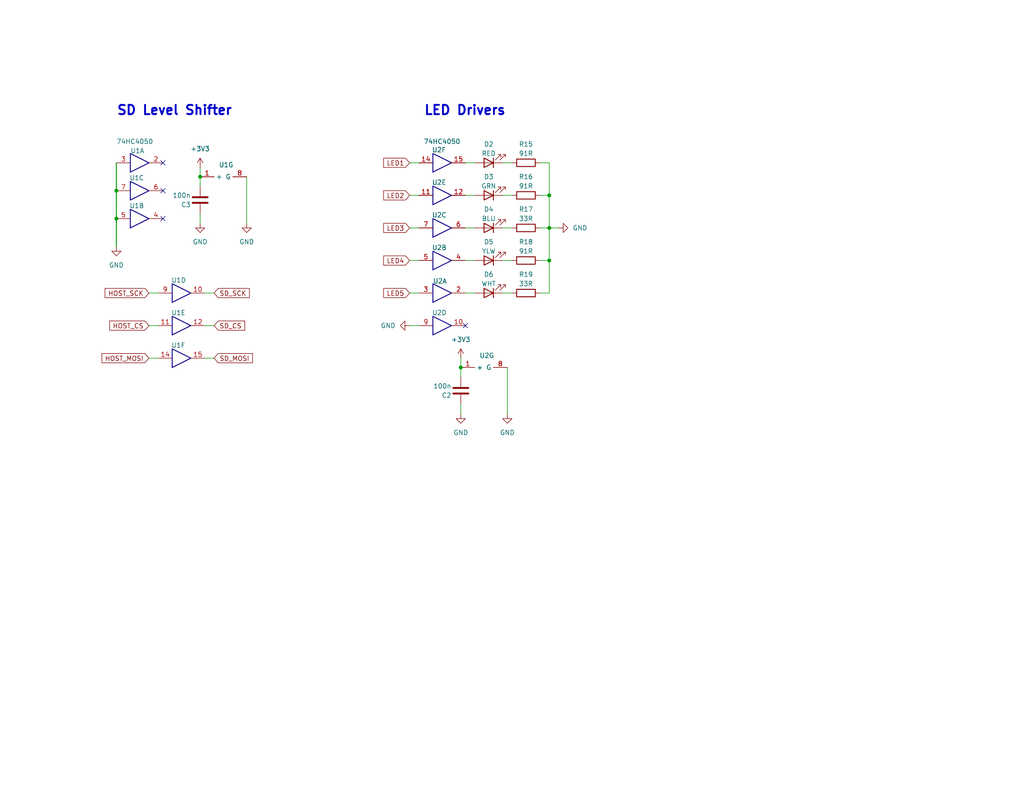
<source format=kicad_sch>
(kicad_sch (version 20230121) (generator eeschema)

  (uuid 1d154b48-b5ca-43ad-9f14-afe30263ca3a)

  (paper "A")

  (title_block
    (title "RepRapDiscount.com Smart Controller")
    (date "${DATE}")
    (rev "${TAG} (${HASH})")
  )

  (lib_symbols
    (symbol "Device:C" (pin_numbers hide) (pin_names (offset 0.254)) (in_bom yes) (on_board yes)
      (property "Reference" "C" (at 0.635 2.54 0)
        (effects (font (size 1.27 1.27)) (justify left))
      )
      (property "Value" "C" (at 0.635 -2.54 0)
        (effects (font (size 1.27 1.27)) (justify left))
      )
      (property "Footprint" "" (at 0.9652 -3.81 0)
        (effects (font (size 1.27 1.27)) hide)
      )
      (property "Datasheet" "~" (at 0 0 0)
        (effects (font (size 1.27 1.27)) hide)
      )
      (property "ki_keywords" "cap capacitor" (at 0 0 0)
        (effects (font (size 1.27 1.27)) hide)
      )
      (property "ki_description" "Unpolarized capacitor" (at 0 0 0)
        (effects (font (size 1.27 1.27)) hide)
      )
      (property "ki_fp_filters" "C_*" (at 0 0 0)
        (effects (font (size 1.27 1.27)) hide)
      )
      (symbol "C_0_1"
        (polyline
          (pts
            (xy -2.032 -0.762)
            (xy 2.032 -0.762)
          )
          (stroke (width 0.508) (type default))
          (fill (type none))
        )
        (polyline
          (pts
            (xy -2.032 0.762)
            (xy 2.032 0.762)
          )
          (stroke (width 0.508) (type default))
          (fill (type none))
        )
      )
      (symbol "C_1_1"
        (pin passive line (at 0 3.81 270) (length 2.794)
          (name "~" (effects (font (size 1.27 1.27))))
          (number "1" (effects (font (size 1.27 1.27))))
        )
        (pin passive line (at 0 -3.81 90) (length 2.794)
          (name "~" (effects (font (size 1.27 1.27))))
          (number "2" (effects (font (size 1.27 1.27))))
        )
      )
    )
    (symbol "Device:LED" (pin_numbers hide) (pin_names (offset 1.016) hide) (in_bom yes) (on_board yes)
      (property "Reference" "D" (at 0 2.54 0)
        (effects (font (size 1.27 1.27)))
      )
      (property "Value" "LED" (at 0 -2.54 0)
        (effects (font (size 1.27 1.27)))
      )
      (property "Footprint" "" (at 0 0 0)
        (effects (font (size 1.27 1.27)) hide)
      )
      (property "Datasheet" "~" (at 0 0 0)
        (effects (font (size 1.27 1.27)) hide)
      )
      (property "ki_keywords" "LED diode" (at 0 0 0)
        (effects (font (size 1.27 1.27)) hide)
      )
      (property "ki_description" "Light emitting diode" (at 0 0 0)
        (effects (font (size 1.27 1.27)) hide)
      )
      (property "ki_fp_filters" "LED* LED_SMD:* LED_THT:*" (at 0 0 0)
        (effects (font (size 1.27 1.27)) hide)
      )
      (symbol "LED_0_1"
        (polyline
          (pts
            (xy -1.27 -1.27)
            (xy -1.27 1.27)
          )
          (stroke (width 0.254) (type default))
          (fill (type none))
        )
        (polyline
          (pts
            (xy -1.27 0)
            (xy 1.27 0)
          )
          (stroke (width 0) (type default))
          (fill (type none))
        )
        (polyline
          (pts
            (xy 1.27 -1.27)
            (xy 1.27 1.27)
            (xy -1.27 0)
            (xy 1.27 -1.27)
          )
          (stroke (width 0.254) (type default))
          (fill (type none))
        )
        (polyline
          (pts
            (xy -3.048 -0.762)
            (xy -4.572 -2.286)
            (xy -3.81 -2.286)
            (xy -4.572 -2.286)
            (xy -4.572 -1.524)
          )
          (stroke (width 0) (type default))
          (fill (type none))
        )
        (polyline
          (pts
            (xy -1.778 -0.762)
            (xy -3.302 -2.286)
            (xy -2.54 -2.286)
            (xy -3.302 -2.286)
            (xy -3.302 -1.524)
          )
          (stroke (width 0) (type default))
          (fill (type none))
        )
      )
      (symbol "LED_1_1"
        (pin passive line (at -3.81 0 0) (length 2.54)
          (name "K" (effects (font (size 1.27 1.27))))
          (number "1" (effects (font (size 1.27 1.27))))
        )
        (pin passive line (at 3.81 0 180) (length 2.54)
          (name "A" (effects (font (size 1.27 1.27))))
          (number "2" (effects (font (size 1.27 1.27))))
        )
      )
    )
    (symbol "Device:R" (pin_numbers hide) (pin_names (offset 0)) (in_bom yes) (on_board yes)
      (property "Reference" "R" (at 2.032 0 90)
        (effects (font (size 1.27 1.27)))
      )
      (property "Value" "R" (at 0 0 90)
        (effects (font (size 1.27 1.27)))
      )
      (property "Footprint" "" (at -1.778 0 90)
        (effects (font (size 1.27 1.27)) hide)
      )
      (property "Datasheet" "~" (at 0 0 0)
        (effects (font (size 1.27 1.27)) hide)
      )
      (property "ki_keywords" "R res resistor" (at 0 0 0)
        (effects (font (size 1.27 1.27)) hide)
      )
      (property "ki_description" "Resistor" (at 0 0 0)
        (effects (font (size 1.27 1.27)) hide)
      )
      (property "ki_fp_filters" "R_*" (at 0 0 0)
        (effects (font (size 1.27 1.27)) hide)
      )
      (symbol "R_0_1"
        (rectangle (start -1.016 -2.54) (end 1.016 2.54)
          (stroke (width 0.254) (type default))
          (fill (type none))
        )
      )
      (symbol "R_1_1"
        (pin passive line (at 0 3.81 270) (length 1.27)
          (name "~" (effects (font (size 1.27 1.27))))
          (number "1" (effects (font (size 1.27 1.27))))
        )
        (pin passive line (at 0 -3.81 90) (length 1.27)
          (name "~" (effects (font (size 1.27 1.27))))
          (number "2" (effects (font (size 1.27 1.27))))
        )
      )
    )
    (symbol "power:+3V3" (power) (pin_names (offset 0)) (in_bom yes) (on_board yes)
      (property "Reference" "#PWR" (at 0 -3.81 0)
        (effects (font (size 1.27 1.27)) hide)
      )
      (property "Value" "+3V3" (at 0 3.556 0)
        (effects (font (size 1.27 1.27)))
      )
      (property "Footprint" "" (at 0 0 0)
        (effects (font (size 1.27 1.27)) hide)
      )
      (property "Datasheet" "" (at 0 0 0)
        (effects (font (size 1.27 1.27)) hide)
      )
      (property "ki_keywords" "global power" (at 0 0 0)
        (effects (font (size 1.27 1.27)) hide)
      )
      (property "ki_description" "Power symbol creates a global label with name \"+3V3\"" (at 0 0 0)
        (effects (font (size 1.27 1.27)) hide)
      )
      (symbol "+3V3_0_1"
        (polyline
          (pts
            (xy -0.762 1.27)
            (xy 0 2.54)
          )
          (stroke (width 0) (type default))
          (fill (type none))
        )
        (polyline
          (pts
            (xy 0 0)
            (xy 0 2.54)
          )
          (stroke (width 0) (type default))
          (fill (type none))
        )
        (polyline
          (pts
            (xy 0 2.54)
            (xy 0.762 1.27)
          )
          (stroke (width 0) (type default))
          (fill (type none))
        )
      )
      (symbol "+3V3_1_1"
        (pin power_in line (at 0 0 90) (length 0) hide
          (name "+3V3" (effects (font (size 1.27 1.27))))
          (number "1" (effects (font (size 1.27 1.27))))
        )
      )
    )
    (symbol "power:GND" (power) (pin_names (offset 0)) (in_bom yes) (on_board yes)
      (property "Reference" "#PWR" (at 0 -6.35 0)
        (effects (font (size 1.27 1.27)) hide)
      )
      (property "Value" "GND" (at 0 -3.81 0)
        (effects (font (size 1.27 1.27)))
      )
      (property "Footprint" "" (at 0 0 0)
        (effects (font (size 1.27 1.27)) hide)
      )
      (property "Datasheet" "" (at 0 0 0)
        (effects (font (size 1.27 1.27)) hide)
      )
      (property "ki_keywords" "global power" (at 0 0 0)
        (effects (font (size 1.27 1.27)) hide)
      )
      (property "ki_description" "Power symbol creates a global label with name \"GND\" , ground" (at 0 0 0)
        (effects (font (size 1.27 1.27)) hide)
      )
      (symbol "GND_0_1"
        (polyline
          (pts
            (xy 0 0)
            (xy 0 -1.27)
            (xy 1.27 -1.27)
            (xy 0 -2.54)
            (xy -1.27 -1.27)
            (xy 0 -1.27)
          )
          (stroke (width 0) (type default))
          (fill (type none))
        )
      )
      (symbol "GND_1_1"
        (pin power_in line (at 0 0 270) (length 0) hide
          (name "GND" (effects (font (size 1.27 1.27))))
          (number "1" (effects (font (size 1.27 1.27))))
        )
      )
    )
    (symbol "reprapdiscount_smart_controller-altium-import:root_0_74HC4050" (in_bom yes) (on_board yes)
      (property "Reference" "" (at 0 0 0)
        (effects (font (size 1.27 1.27)))
      )
      (property "Value" "" (at 0 0 0)
        (effects (font (size 1.27 1.27)))
      )
      (property "Footprint" "" (at 0 0 0)
        (effects (font (size 1.27 1.27)) hide)
      )
      (property "Datasheet" "" (at 0 0 0)
        (effects (font (size 1.27 1.27)) hide)
      )
      (property "ki_description" "Hex high-to-low level shifter" (at 0 0 0)
        (effects (font (size 1.27 1.27)) hide)
      )
      (property "ki_fp_filters" "SO16N" (at 0 0 0)
        (effects (font (size 1.27 1.27)) hide)
      )
      (symbol "root_0_74HC4050_1_0"
        (polyline
          (pts
            (xy -1.27 -2.54)
            (xy -1.27 -1.905)
          )
          (stroke (width 0.254) (type solid) (color 12 0 135 1))
          (fill (type none))
        )
        (polyline
          (pts
            (xy -1.27 -2.54)
            (xy 3.81 0)
            (xy -1.27 2.54)
            (xy -1.27 -1.905)
          )
          (stroke (width 0.254) (type solid) (color 12 0 135 1))
          (fill (type none))
        )
        (pin passive line (at 7.62 0 180) (length 3.81)
          (name "2" (effects (font (size 0 0))))
          (number "2" (effects (font (size 1.27 1.27))))
        )
        (pin passive line (at -5.08 0 0) (length 3.81)
          (name "3" (effects (font (size 0 0))))
          (number "3" (effects (font (size 1.27 1.27))))
        )
      )
      (symbol "root_0_74HC4050_2_0"
        (polyline
          (pts
            (xy -1.27 -2.54)
            (xy -1.27 -1.905)
          )
          (stroke (width 0.254) (type solid) (color 12 0 135 1))
          (fill (type none))
        )
        (polyline
          (pts
            (xy -1.27 -2.54)
            (xy 3.81 0)
            (xy -1.27 2.54)
            (xy -1.27 -1.905)
          )
          (stroke (width 0.254) (type solid) (color 12 0 135 1))
          (fill (type none))
        )
        (pin passive line (at 7.62 0 180) (length 3.81)
          (name "4" (effects (font (size 0 0))))
          (number "4" (effects (font (size 1.27 1.27))))
        )
        (pin passive line (at -5.08 0 0) (length 3.81)
          (name "5" (effects (font (size 0 0))))
          (number "5" (effects (font (size 1.27 1.27))))
        )
      )
      (symbol "root_0_74HC4050_3_0"
        (polyline
          (pts
            (xy -1.27 -2.54)
            (xy -1.27 -1.905)
          )
          (stroke (width 0.254) (type solid) (color 12 0 135 1))
          (fill (type none))
        )
        (polyline
          (pts
            (xy -1.27 -2.54)
            (xy 3.81 0)
            (xy -1.27 2.54)
            (xy -1.27 -1.905)
          )
          (stroke (width 0.254) (type solid) (color 12 0 135 1))
          (fill (type none))
        )
        (pin passive line (at 7.62 0 180) (length 3.81)
          (name "6" (effects (font (size 0 0))))
          (number "6" (effects (font (size 1.27 1.27))))
        )
        (pin passive line (at -5.08 0 0) (length 3.81)
          (name "7" (effects (font (size 0 0))))
          (number "7" (effects (font (size 1.27 1.27))))
        )
      )
      (symbol "root_0_74HC4050_4_0"
        (polyline
          (pts
            (xy -2.54 -2.54)
            (xy -2.54 -1.905)
          )
          (stroke (width 0.254) (type solid) (color 12 0 135 1))
          (fill (type none))
        )
        (polyline
          (pts
            (xy -2.54 -2.54)
            (xy 2.54 0)
            (xy -2.54 2.54)
            (xy -2.54 -1.905)
          )
          (stroke (width 0.254) (type solid) (color 12 0 135 1))
          (fill (type none))
        )
        (pin passive line (at 6.35 0 180) (length 3.81)
          (name "10" (effects (font (size 0 0))))
          (number "10" (effects (font (size 1.27 1.27))))
        )
        (pin passive line (at -6.35 0 0) (length 3.81)
          (name "9" (effects (font (size 0 0))))
          (number "9" (effects (font (size 1.27 1.27))))
        )
      )
      (symbol "root_0_74HC4050_5_0"
        (polyline
          (pts
            (xy -1.27 -2.54)
            (xy -1.27 -1.905)
          )
          (stroke (width 0.254) (type solid) (color 12 0 135 1))
          (fill (type none))
        )
        (polyline
          (pts
            (xy -1.27 -2.54)
            (xy 3.81 0)
            (xy -1.27 2.54)
            (xy -1.27 -1.905)
          )
          (stroke (width 0.254) (type solid) (color 12 0 135 1))
          (fill (type none))
        )
        (pin passive line (at -5.08 0 0) (length 3.81)
          (name "11" (effects (font (size 0 0))))
          (number "11" (effects (font (size 1.27 1.27))))
        )
        (pin passive line (at 7.62 0 180) (length 3.81)
          (name "12" (effects (font (size 0 0))))
          (number "12" (effects (font (size 1.27 1.27))))
        )
      )
      (symbol "root_0_74HC4050_6_0"
        (polyline
          (pts
            (xy -1.27 -2.54)
            (xy -1.27 -1.905)
          )
          (stroke (width 0.254) (type solid) (color 12 0 135 1))
          (fill (type none))
        )
        (polyline
          (pts
            (xy -1.27 -2.54)
            (xy 3.81 0)
            (xy -1.27 2.54)
            (xy -1.27 -1.905)
          )
          (stroke (width 0.254) (type solid) (color 12 0 135 1))
          (fill (type none))
        )
        (pin passive line (at -5.08 0 0) (length 3.81)
          (name "14" (effects (font (size 0 0))))
          (number "14" (effects (font (size 1.27 1.27))))
        )
        (pin passive line (at 7.62 0 180) (length 3.81)
          (name "15" (effects (font (size 0 0))))
          (number "15" (effects (font (size 1.27 1.27))))
        )
      )
      (symbol "root_0_74HC4050_7_0"
        (pin passive line (at -6.35 0 0) (length 3.81)
          (name "+" (effects (font (size 1.27 1.27))))
          (number "1" (effects (font (size 1.27 1.27))))
        )
        (pin passive line (at 6.35 0 180) (length 3.81)
          (name "G" (effects (font (size 1.27 1.27))))
          (number "8" (effects (font (size 1.27 1.27))))
        )
      )
    )
  )

  (junction (at 149.86 53.34) (diameter 0) (color 0 0 0 0)
    (uuid 13af3ad6-9599-414b-827f-4c19de04faea)
  )
  (junction (at 31.75 59.69) (diameter 0) (color 0 0 0 0)
    (uuid 65107c2c-b601-45fa-8366-f94fedcf2639)
  )
  (junction (at 54.61 48.26) (diameter 0) (color 0 0 0 0)
    (uuid 75100dce-1d32-49be-b34d-b5f8e24a47bc)
  )
  (junction (at 149.86 62.23) (diameter 0) (color 0 0 0 0)
    (uuid 8712ba08-0c10-4102-8b72-8fc1b504dbd9)
  )
  (junction (at 31.75 52.07) (diameter 0) (color 0 0 0 0)
    (uuid b9266d30-40a0-4048-bcf2-4162c00e9163)
  )
  (junction (at 149.86 71.12) (diameter 0) (color 0 0 0 0)
    (uuid e71e1449-5641-4d72-95af-4587cc75ada6)
  )
  (junction (at 125.73 100.33) (diameter 0) (color 0 0 0 0)
    (uuid f7f69fab-9283-4873-9adc-53565aaee9be)
  )

  (no_connect (at 44.45 59.69) (uuid 2da37f8f-4341-457d-b3e3-05421f3adbfc))
  (no_connect (at 44.45 44.45) (uuid 519b7365-3e8d-432c-8746-6e996182f55a))
  (no_connect (at 44.45 52.07) (uuid 9e859379-71c1-423f-b88f-2b5efb4400fd))
  (no_connect (at 127 88.9) (uuid b98361d4-a602-40fe-a82a-8764691ea2cd))

  (wire (pts (xy 137.16 44.45) (xy 139.7 44.45))
    (stroke (width 0) (type default))
    (uuid 0166c047-5415-4533-946f-00c17032af7e)
  )
  (wire (pts (xy 31.75 52.07) (xy 31.75 59.69))
    (stroke (width 0.254) (type default))
    (uuid 0bc92c07-9ac3-4c10-9b07-c19132aeb939)
  )
  (wire (pts (xy 125.73 110.49) (xy 125.73 113.03))
    (stroke (width 0) (type default))
    (uuid 0e50fda4-91cd-4a90-9ba8-539717f56a9e)
  )
  (wire (pts (xy 137.16 80.01) (xy 139.7 80.01))
    (stroke (width 0) (type default))
    (uuid 146590b9-17f2-4d6b-8430-f116b7f7d195)
  )
  (wire (pts (xy 111.76 62.23) (xy 114.3 62.23))
    (stroke (width 0) (type default))
    (uuid 151f0ede-41b2-46a2-b57c-f33aafce8cd1)
  )
  (wire (pts (xy 149.86 71.12) (xy 149.86 62.23))
    (stroke (width 0) (type default))
    (uuid 1843f1f6-3a85-4d58-a6c6-cc1e4f5c2a9f)
  )
  (wire (pts (xy 127 71.12) (xy 129.54 71.12))
    (stroke (width 0) (type default))
    (uuid 1c0dabe7-7851-4d75-ba54-36a304f7e98f)
  )
  (wire (pts (xy 149.86 80.01) (xy 149.86 71.12))
    (stroke (width 0) (type default))
    (uuid 1c50f4e5-efe7-4c54-8657-1a078816e679)
  )
  (wire (pts (xy 31.75 44.45) (xy 31.75 52.07))
    (stroke (width 0.254) (type default))
    (uuid 1ee84806-95b0-424a-86b7-d2bf4b54fc91)
  )
  (wire (pts (xy 40.64 80.01) (xy 43.18 80.01))
    (stroke (width 0) (type default))
    (uuid 1f0e2789-ce64-4d84-a58c-6605305e9f62)
  )
  (wire (pts (xy 147.32 80.01) (xy 149.86 80.01))
    (stroke (width 0) (type default))
    (uuid 1fda6e1f-a514-4f72-87af-0e59d4dde676)
  )
  (wire (pts (xy 147.32 44.45) (xy 149.86 44.45))
    (stroke (width 0) (type default))
    (uuid 20ee2a3d-dfb9-4d6b-b300-2fcfa4cd9093)
  )
  (wire (pts (xy 111.76 53.34) (xy 114.3 53.34))
    (stroke (width 0) (type default))
    (uuid 2fed8575-d7c6-4cd0-a25b-68d3563397c1)
  )
  (wire (pts (xy 111.76 88.9) (xy 114.3 88.9))
    (stroke (width 0) (type default))
    (uuid 323e9f21-9c38-4e96-a350-a0970c5c0c5b)
  )
  (wire (pts (xy 54.61 48.26) (xy 54.61 50.8))
    (stroke (width 0) (type default))
    (uuid 3d5321e3-641f-4fa6-96d9-8fe5a59c4d06)
  )
  (wire (pts (xy 147.32 53.34) (xy 149.86 53.34))
    (stroke (width 0) (type default))
    (uuid 4c5d992a-f1c1-436c-b30f-abbb4d98ae7d)
  )
  (wire (pts (xy 147.32 71.12) (xy 149.86 71.12))
    (stroke (width 0) (type default))
    (uuid 4ff3f4f7-e9eb-460a-b4bb-040872362a76)
  )
  (wire (pts (xy 149.86 62.23) (xy 152.4 62.23))
    (stroke (width 0) (type default))
    (uuid 550b4f5e-ac78-4cc8-8ef0-617caab5959c)
  )
  (wire (pts (xy 147.32 62.23) (xy 149.86 62.23))
    (stroke (width 0) (type default))
    (uuid 55c36184-8875-4288-b1eb-92fafe3913df)
  )
  (wire (pts (xy 149.86 44.45) (xy 149.86 53.34))
    (stroke (width 0) (type default))
    (uuid 5cb3a820-810b-4167-9f3c-830294337b91)
  )
  (wire (pts (xy 138.43 100.33) (xy 138.43 113.03))
    (stroke (width 0) (type default))
    (uuid 64920105-1c26-4077-8e55-eee3c722f7f2)
  )
  (wire (pts (xy 127 80.01) (xy 129.54 80.01))
    (stroke (width 0) (type default))
    (uuid 74913348-d912-4e9d-9ada-90029422e42e)
  )
  (wire (pts (xy 111.76 44.45) (xy 114.3 44.45))
    (stroke (width 0) (type default))
    (uuid 823c207d-3915-4b99-930e-059eb3549178)
  )
  (wire (pts (xy 43.18 88.9) (xy 40.64 88.9))
    (stroke (width 0) (type default))
    (uuid 87d8905f-25a1-4010-8be2-39ed10566a1a)
  )
  (wire (pts (xy 125.73 100.33) (xy 125.73 102.87))
    (stroke (width 0) (type default))
    (uuid 8ef8f038-aa76-4926-a6fa-770ca6f18729)
  )
  (wire (pts (xy 125.73 97.79) (xy 125.73 100.33))
    (stroke (width 0) (type default))
    (uuid 981175f6-c770-4ba7-94b2-9fe4abdfbd1f)
  )
  (wire (pts (xy 137.16 71.12) (xy 139.7 71.12))
    (stroke (width 0) (type default))
    (uuid 9b5042c4-8dbd-4e83-b9b2-b7796348c250)
  )
  (wire (pts (xy 40.64 97.79) (xy 43.18 97.79))
    (stroke (width 0) (type default))
    (uuid a21671ad-0143-4e20-8eff-ff75bf4a1213)
  )
  (wire (pts (xy 127 53.34) (xy 129.54 53.34))
    (stroke (width 0) (type default))
    (uuid a6d8c3f5-c316-4895-950c-467ef0d9b4e9)
  )
  (wire (pts (xy 149.86 53.34) (xy 149.86 62.23))
    (stroke (width 0) (type default))
    (uuid c2634b43-3a78-4afd-8efc-9d880f8b8066)
  )
  (wire (pts (xy 31.75 59.69) (xy 31.75 67.31))
    (stroke (width 0.254) (type default))
    (uuid cc8648bc-432c-4852-9dc3-5ceb4183156e)
  )
  (wire (pts (xy 55.88 80.01) (xy 58.42 80.01))
    (stroke (width 0) (type default))
    (uuid d74fb51b-348d-444e-97eb-a622a7b41eb5)
  )
  (wire (pts (xy 111.76 71.12) (xy 114.3 71.12))
    (stroke (width 0) (type default))
    (uuid da8fb42b-73f5-421c-9240-d0b21202f350)
  )
  (wire (pts (xy 55.88 97.79) (xy 58.42 97.79))
    (stroke (width 0) (type default))
    (uuid dac5775b-7deb-4f02-9a04-c2e31354649d)
  )
  (wire (pts (xy 127 44.45) (xy 129.54 44.45))
    (stroke (width 0) (type default))
    (uuid dadbc00c-9702-46fb-95e3-2756be1616b5)
  )
  (wire (pts (xy 55.88 88.9) (xy 58.42 88.9))
    (stroke (width 0) (type default))
    (uuid e164c74c-8dbf-40c0-8808-c5d0c69c02ea)
  )
  (wire (pts (xy 54.61 58.42) (xy 54.61 60.96))
    (stroke (width 0) (type default))
    (uuid eb0749c5-5bd8-4cfe-ae6d-201f7a538678)
  )
  (wire (pts (xy 137.16 53.34) (xy 139.7 53.34))
    (stroke (width 0) (type default))
    (uuid eb373c16-698e-4305-9c53-2bec0f89a2bc)
  )
  (wire (pts (xy 111.76 80.01) (xy 114.3 80.01))
    (stroke (width 0) (type default))
    (uuid eb427b47-9029-4516-be30-e1eb1da60850)
  )
  (wire (pts (xy 54.61 45.72) (xy 54.61 48.26))
    (stroke (width 0) (type default))
    (uuid ef24019f-a540-4511-86c4-585a63b9301b)
  )
  (wire (pts (xy 137.16 62.23) (xy 139.7 62.23))
    (stroke (width 0) (type default))
    (uuid ef60a2c0-90ee-4339-908e-3f5e256e9994)
  )
  (wire (pts (xy 127 62.23) (xy 129.54 62.23))
    (stroke (width 0) (type default))
    (uuid f57ab4a0-82df-48e3-b495-f68b04e72320)
  )
  (wire (pts (xy 67.31 48.26) (xy 67.31 60.96))
    (stroke (width 0) (type default))
    (uuid fe53814d-2fef-4740-b042-71cea95de1ab)
  )

  (text "SD Level Shifter" (at 31.75 31.75 0)
    (effects (font (size 2.54 2.54) (thickness 0.508) bold) (justify left bottom))
    (uuid 73995ea5-4cd2-452d-bb55-bfbd6e19060c)
  )
  (text "LED Drivers" (at 115.57 31.75 0)
    (effects (font (size 2.54 2.54) (thickness 0.508) bold) (justify left bottom))
    (uuid 8510c4d9-bfed-42c4-9cad-e62e2fe421bf)
  )

  (global_label "SD_CS" (shape input) (at 58.42 88.9 0) (fields_autoplaced)
    (effects (font (size 1.27 1.27)) (justify left))
    (uuid 396beda5-0511-4841-868c-de90ce4c01dd)
    (property "Intersheetrefs" "${INTERSHEET_REFS}" (at 67.2524 88.9 0)
      (effects (font (size 1.27 1.27)) (justify left) hide)
    )
  )
  (global_label "LED1" (shape input) (at 111.76 44.45 180) (fields_autoplaced)
    (effects (font (size 1.27 1.27)) (justify right))
    (uuid 418791ab-86b0-4ec8-acba-02f832e0a3df)
    (property "Intersheetrefs" "${INTERSHEET_REFS}" (at 104.1976 44.45 0)
      (effects (font (size 1.27 1.27)) (justify right) hide)
    )
  )
  (global_label "LED4" (shape input) (at 111.76 71.12 180) (fields_autoplaced)
    (effects (font (size 1.27 1.27)) (justify right))
    (uuid 7ed9f47c-585d-4ba3-b9a0-40e09d28badd)
    (property "Intersheetrefs" "${INTERSHEET_REFS}" (at 104.1976 71.12 0)
      (effects (font (size 1.27 1.27)) (justify right) hide)
    )
  )
  (global_label "SD_MOSI" (shape input) (at 58.42 97.79 0) (fields_autoplaced)
    (effects (font (size 1.27 1.27)) (justify left))
    (uuid 9528f659-f93b-4d8e-b6ee-23227b690228)
    (property "Intersheetrefs" "${INTERSHEET_REFS}" (at 69.3691 97.79 0)
      (effects (font (size 1.27 1.27)) (justify left) hide)
    )
  )
  (global_label "HOST_MOSI" (shape input) (at 40.64 97.79 180) (fields_autoplaced)
    (effects (font (size 1.27 1.27)) (justify right))
    (uuid b4a082c1-5eb1-40a9-959b-2e4364e5188d)
    (property "Intersheetrefs" "${INTERSHEET_REFS}" (at 27.3323 97.79 0)
      (effects (font (size 1.27 1.27)) (justify right) hide)
    )
  )
  (global_label "HOST_CS" (shape input) (at 40.64 88.9 180) (fields_autoplaced)
    (effects (font (size 1.27 1.27)) (justify right))
    (uuid b8258bd1-d74a-475c-bc2d-8d18b4e5651b)
    (property "Intersheetrefs" "${INTERSHEET_REFS}" (at 29.449 88.9 0)
      (effects (font (size 1.27 1.27)) (justify right) hide)
    )
  )
  (global_label "SD_SCK" (shape input) (at 58.42 80.01 0) (fields_autoplaced)
    (effects (font (size 1.27 1.27)) (justify left))
    (uuid bd8193db-fb38-4fe3-8c61-029e58b04531)
    (property "Intersheetrefs" "${INTERSHEET_REFS}" (at 68.5224 80.01 0)
      (effects (font (size 1.27 1.27)) (justify left) hide)
    )
  )
  (global_label "LED5" (shape input) (at 111.76 80.01 180) (fields_autoplaced)
    (effects (font (size 1.27 1.27)) (justify right))
    (uuid d952fdd2-3944-4411-a03f-645e4dc1ac81)
    (property "Intersheetrefs" "${INTERSHEET_REFS}" (at 104.1976 80.01 0)
      (effects (font (size 1.27 1.27)) (justify right) hide)
    )
  )
  (global_label "HOST_SCK" (shape input) (at 40.64 80.01 180) (fields_autoplaced)
    (effects (font (size 1.27 1.27)) (justify right))
    (uuid dfad4731-7f49-4889-a248-4a02520788ce)
    (property "Intersheetrefs" "${INTERSHEET_REFS}" (at 28.179 80.01 0)
      (effects (font (size 1.27 1.27)) (justify right) hide)
    )
  )
  (global_label "LED2" (shape input) (at 111.76 53.34 180) (fields_autoplaced)
    (effects (font (size 1.27 1.27)) (justify right))
    (uuid e2a57772-81ab-465d-8d63-e5411066f22c)
    (property "Intersheetrefs" "${INTERSHEET_REFS}" (at 104.1976 53.34 0)
      (effects (font (size 1.27 1.27)) (justify right) hide)
    )
  )
  (global_label "LED3" (shape input) (at 111.76 62.23 180) (fields_autoplaced)
    (effects (font (size 1.27 1.27)) (justify right))
    (uuid ee32eb9a-3e67-41d4-a1b2-ed10f8fa5737)
    (property "Intersheetrefs" "${INTERSHEET_REFS}" (at 104.1976 62.23 0)
      (effects (font (size 1.27 1.27)) (justify right) hide)
    )
  )

  (symbol (lib_id "reprapdiscount_smart_controller-altium-import:root_0_74HC4050") (at 119.38 71.12 0) (unit 2)
    (in_bom yes) (on_board yes) (dnp no)
    (uuid 02c9fb11-51c9-4bc8-9365-098c18189081)
    (property "Reference" "U2" (at 117.856 68.326 0)
      (effects (font (size 1.27 1.27)) (justify left bottom))
    )
    (property "Value" "74HC4050" (at 117.856 76.454 0)
      (effects (font (size 1.27 1.27)) (justify left bottom) hide)
    )
    (property "Footprint" "reprapdiscount_smart_controller:SO-16_3.9x9.9mm_P1.27mm" (at 119.38 71.12 0)
      (effects (font (size 1.27 1.27)) hide)
    )
    (property "Datasheet" "" (at 119.38 71.12 0)
      (effects (font (size 1.27 1.27)) hide)
    )
    (property "Digikey" "1727-6331-1-ND" (at 119.38 71.12 0)
      (effects (font (size 1.27 1.27)) hide)
    )
    (pin "2" (uuid 7f07dc75-3099-4a7d-8357-c6138f5712e6))
    (pin "3" (uuid 4cba9dfd-e047-42e0-a1a6-781e469c665b))
    (pin "4" (uuid a6f20941-109d-4269-8a14-aa561ecd54fc))
    (pin "5" (uuid 66b40bca-ed4b-4a7f-b8db-540b682100f0))
    (pin "6" (uuid 403979bf-a809-4b22-9eab-13ba9a2ba467))
    (pin "7" (uuid f303dce1-8b86-4dcb-8e74-f3458edd8cdd))
    (pin "10" (uuid 01373f84-4dec-447f-8aed-229968c07e31))
    (pin "9" (uuid a4ad9104-0567-4121-abc5-76bf326bf88f))
    (pin "11" (uuid 2af6c50a-7ba1-495a-9b44-c2e2afb47efa))
    (pin "12" (uuid 7cf446db-d0d3-4f1b-a759-5a5c430d119f))
    (pin "14" (uuid 834c4745-4156-4eac-83af-03c833a16a64))
    (pin "15" (uuid 9cbb6356-b46e-41d6-ae51-97437a6365a0))
    (pin "1" (uuid a53970fc-aeb4-4f7d-9a13-248b5df98de7))
    (pin "8" (uuid 2657b69a-7122-43af-b061-a82102c5bdcf))
    (instances
      (project "reprapdiscount_smart_controller"
        (path "/c20eb3f6-d157-43e2-84ab-82664a430dd1"
          (reference "U2") (unit 2)
        )
        (path "/c20eb3f6-d157-43e2-84ab-82664a430dd1/646dd6f2-7904-4b87-b757-4dce147caeb9"
          (reference "U2") (unit 2)
        )
      )
    )
  )

  (symbol (lib_id "reprapdiscount_smart_controller-altium-import:root_0_74HC4050") (at 49.53 80.01 0) (unit 4)
    (in_bom yes) (on_board yes) (dnp no)
    (uuid 03456430-1b56-43d6-b881-77ce760d70c3)
    (property "Reference" "U1" (at 46.736 77.216 0)
      (effects (font (size 1.27 1.27)) (justify left bottom))
    )
    (property "Value" "74HC4050" (at 46.736 85.344 0)
      (effects (font (size 1.27 1.27)) (justify left bottom) hide)
    )
    (property "Footprint" "reprapdiscount_smart_controller:SO-16_3.9x9.9mm_P1.27mm" (at 49.53 80.01 0)
      (effects (font (size 1.27 1.27)) hide)
    )
    (property "Datasheet" "" (at 49.53 80.01 0)
      (effects (font (size 1.27 1.27)) hide)
    )
    (property "Digikey" "1727-6331-1-ND" (at 49.53 80.01 0)
      (effects (font (size 1.27 1.27)) hide)
    )
    (pin "2" (uuid 463360fa-831a-459f-93ce-cdc341649c00))
    (pin "3" (uuid 11671e4e-c942-4297-9d45-b33fa2f64f35))
    (pin "4" (uuid aa68255e-1a40-4fc8-8b45-9413e1ab03a6))
    (pin "5" (uuid c8e83847-b576-4f7e-ad98-4d2c30214908))
    (pin "6" (uuid 7b7670a1-db84-4927-8034-c853c23fe21f))
    (pin "7" (uuid f42789e3-e337-4a6a-81f0-c6e1e1fdb4eb))
    (pin "10" (uuid 765fc851-3e21-469a-b2a4-08e03a998c7c))
    (pin "9" (uuid 26d40fd0-1c4c-4a30-a184-d8a922be9f7f))
    (pin "11" (uuid a3ce6536-6ac0-420d-b16f-aa614e49803e))
    (pin "12" (uuid 9c03105a-099b-4b76-95bc-33c16ff1bff5))
    (pin "14" (uuid 24efd20e-1ca5-402a-a776-b43f268b2bd8))
    (pin "15" (uuid c0408d40-7194-40a6-af57-006fa9879a3d))
    (pin "1" (uuid d19fa98a-bd5b-4cc9-9c10-603f15f5520b))
    (pin "8" (uuid 4c67c33b-6ebb-4f15-8ec2-5d5f2ac146cc))
    (instances
      (project "reprapdiscount_smart_controller"
        (path "/c20eb3f6-d157-43e2-84ab-82664a430dd1"
          (reference "U1") (unit 4)
        )
        (path "/c20eb3f6-d157-43e2-84ab-82664a430dd1/646dd6f2-7904-4b87-b757-4dce147caeb9"
          (reference "U1") (unit 4)
        )
      )
    )
  )

  (symbol (lib_id "Device:R") (at 143.51 80.01 270) (unit 1)
    (in_bom yes) (on_board yes) (dnp no)
    (uuid 07286868-7966-4036-aeeb-2d872bcab257)
    (property "Reference" "R19" (at 143.51 74.93 90)
      (effects (font (size 1.27 1.27)))
    )
    (property "Value" "33R" (at 143.51 77.47 90)
      (effects (font (size 1.27 1.27)))
    )
    (property "Footprint" "Resistor_SMD:R_0805_2012Metric_Pad1.20x1.40mm_HandSolder" (at 143.51 78.232 90)
      (effects (font (size 1.27 1.27)) hide)
    )
    (property "Datasheet" "~" (at 143.51 80.01 0)
      (effects (font (size 1.27 1.27)) hide)
    )
    (property "Digikey" "13-RC0805FR-1033RLCT-ND" (at 143.51 80.01 0)
      (effects (font (size 1.27 1.27)) hide)
    )
    (pin "1" (uuid 6dfa89ad-19b9-408f-961b-35066901a7f2))
    (pin "2" (uuid 1dd14416-a790-47fc-9f21-2f3ae380e9b3))
    (instances
      (project "reprapdiscount_smart_controller"
        (path "/c20eb3f6-d157-43e2-84ab-82664a430dd1"
          (reference "R19") (unit 1)
        )
        (path "/c20eb3f6-d157-43e2-84ab-82664a430dd1/646dd6f2-7904-4b87-b757-4dce147caeb9"
          (reference "R19") (unit 1)
        )
      )
    )
  )

  (symbol (lib_id "reprapdiscount_smart_controller-altium-import:root_0_74HC4050") (at 36.83 59.69 0) (unit 2)
    (in_bom yes) (on_board yes) (dnp no)
    (uuid 09540674-ff85-458d-baeb-d2ad09bb6236)
    (property "Reference" "U1" (at 35.306 56.896 0)
      (effects (font (size 1.27 1.27)) (justify left bottom))
    )
    (property "Value" "74HC4050" (at 35.306 65.024 0)
      (effects (font (size 1.27 1.27)) (justify left bottom) hide)
    )
    (property "Footprint" "reprapdiscount_smart_controller:SO-16_3.9x9.9mm_P1.27mm" (at 36.83 59.69 0)
      (effects (font (size 1.27 1.27)) hide)
    )
    (property "Datasheet" "" (at 36.83 59.69 0)
      (effects (font (size 1.27 1.27)) hide)
    )
    (property "Digikey" "1727-6331-1-ND" (at 36.83 59.69 0)
      (effects (font (size 1.27 1.27)) hide)
    )
    (pin "2" (uuid 7f07dc75-3099-4a7d-8357-c6138f5712e5))
    (pin "3" (uuid 4cba9dfd-e047-42e0-a1a6-781e469c665a))
    (pin "4" (uuid 2fb7feef-68ff-4cec-9c4d-486786bf61d1))
    (pin "5" (uuid 53f297eb-b4c3-4645-9b09-b951749fba1c))
    (pin "6" (uuid 403979bf-a809-4b22-9eab-13ba9a2ba466))
    (pin "7" (uuid f303dce1-8b86-4dcb-8e74-f3458edd8cdc))
    (pin "10" (uuid 01373f84-4dec-447f-8aed-229968c07e30))
    (pin "9" (uuid a4ad9104-0567-4121-abc5-76bf326bf88e))
    (pin "11" (uuid 2af6c50a-7ba1-495a-9b44-c2e2afb47ef9))
    (pin "12" (uuid 7cf446db-d0d3-4f1b-a759-5a5c430d119e))
    (pin "14" (uuid 834c4745-4156-4eac-83af-03c833a16a63))
    (pin "15" (uuid 9cbb6356-b46e-41d6-ae51-97437a63659f))
    (pin "1" (uuid a53970fc-aeb4-4f7d-9a13-248b5df98de6))
    (pin "8" (uuid 2657b69a-7122-43af-b061-a82102c5bdce))
    (instances
      (project "reprapdiscount_smart_controller"
        (path "/c20eb3f6-d157-43e2-84ab-82664a430dd1"
          (reference "U1") (unit 2)
        )
        (path "/c20eb3f6-d157-43e2-84ab-82664a430dd1/646dd6f2-7904-4b87-b757-4dce147caeb9"
          (reference "U1") (unit 2)
        )
      )
    )
  )

  (symbol (lib_id "power:GND") (at 125.73 113.03 0) (unit 1)
    (in_bom yes) (on_board yes) (dnp no) (fields_autoplaced)
    (uuid 103292e1-a8b3-4860-999a-abcfdf92d774)
    (property "Reference" "#PWR048" (at 125.73 119.38 0)
      (effects (font (size 1.27 1.27)) hide)
    )
    (property "Value" "GND" (at 125.73 118.11 0)
      (effects (font (size 1.27 1.27)))
    )
    (property "Footprint" "" (at 125.73 113.03 0)
      (effects (font (size 1.27 1.27)) hide)
    )
    (property "Datasheet" "" (at 125.73 113.03 0)
      (effects (font (size 1.27 1.27)) hide)
    )
    (pin "1" (uuid 4e73fdac-666e-4648-b5d2-c1554fa37c7b))
    (instances
      (project "reprapdiscount_smart_controller"
        (path "/c20eb3f6-d157-43e2-84ab-82664a430dd1"
          (reference "#PWR048") (unit 1)
        )
        (path "/c20eb3f6-d157-43e2-84ab-82664a430dd1/646dd6f2-7904-4b87-b757-4dce147caeb9"
          (reference "#PWR047") (unit 1)
        )
      )
    )
  )

  (symbol (lib_id "reprapdiscount_smart_controller-altium-import:root_0_74HC4050") (at 119.38 53.34 0) (unit 5)
    (in_bom yes) (on_board yes) (dnp no)
    (uuid 1ed43b47-59a0-43fc-bdfe-02b4e3cb6553)
    (property "Reference" "U2" (at 117.856 50.546 0)
      (effects (font (size 1.27 1.27)) (justify left bottom))
    )
    (property "Value" "74HC4050" (at 117.856 58.674 0)
      (effects (font (size 1.27 1.27)) (justify left bottom) hide)
    )
    (property "Footprint" "reprapdiscount_smart_controller:SO-16_3.9x9.9mm_P1.27mm" (at 119.38 53.34 0)
      (effects (font (size 1.27 1.27)) hide)
    )
    (property "Datasheet" "" (at 119.38 53.34 0)
      (effects (font (size 1.27 1.27)) hide)
    )
    (property "Digikey" "1727-6331-1-ND" (at 119.38 53.34 0)
      (effects (font (size 1.27 1.27)) hide)
    )
    (pin "2" (uuid bc05f25a-8e60-4b02-8db4-081002c27391))
    (pin "3" (uuid 288a670c-f080-4c74-a626-d18bcdedb6e6))
    (pin "4" (uuid 52e36b5c-6e23-4546-a9fa-285635d2a390))
    (pin "5" (uuid b53fbfa4-43b0-4950-8d1b-ee3f6cd80022))
    (pin "6" (uuid 91a5354e-d4f9-4d8c-bd4b-252b3724cd1d))
    (pin "7" (uuid 17ae8390-f57b-4595-9704-e5c5f1720812))
    (pin "10" (uuid d2b2b3ca-9cd8-4b23-8ebb-fd6c18b3410d))
    (pin "9" (uuid b8ebb60f-b704-46ee-8fa0-bf17bf3b3f80))
    (pin "11" (uuid b16d7734-07a3-444a-820d-9ad553ca3d8b))
    (pin "12" (uuid ea8ec6d6-f6a4-4614-80cf-572fd4d4e75e))
    (pin "14" (uuid 3d8e3c20-1239-45c7-84d6-90dc9d00e145))
    (pin "15" (uuid 6589eeb5-7259-48e3-b55c-8d3a680a010b))
    (pin "1" (uuid 0fbe184b-6b24-4023-91a4-468fca3f4655))
    (pin "8" (uuid 23861b23-497f-4665-877e-740a32fc9a59))
    (instances
      (project "reprapdiscount_smart_controller"
        (path "/c20eb3f6-d157-43e2-84ab-82664a430dd1"
          (reference "U2") (unit 5)
        )
        (path "/c20eb3f6-d157-43e2-84ab-82664a430dd1/646dd6f2-7904-4b87-b757-4dce147caeb9"
          (reference "U2") (unit 5)
        )
      )
    )
  )

  (symbol (lib_id "Device:C") (at 125.73 106.68 0) (mirror x) (unit 1)
    (in_bom yes) (on_board yes) (dnp no)
    (uuid 2a64a2fd-8263-4889-916b-a2626b074759)
    (property "Reference" "C2" (at 123.19 107.95 0)
      (effects (font (size 1.27 1.27)) (justify right))
    )
    (property "Value" "100n" (at 123.19 105.41 0)
      (effects (font (size 1.27 1.27)) (justify right))
    )
    (property "Footprint" "Capacitor_SMD:C_0805_2012Metric_Pad1.18x1.45mm_HandSolder" (at 126.6952 102.87 0)
      (effects (font (size 1.27 1.27)) hide)
    )
    (property "Datasheet" "~" (at 125.73 106.68 0)
      (effects (font (size 1.27 1.27)) hide)
    )
    (property "Digikey" "478-KGM21NR71H104KMCT-ND" (at 125.73 106.68 0)
      (effects (font (size 1.27 1.27)) hide)
    )
    (pin "1" (uuid 4ef96321-5d61-4d10-b20e-c11e27762f94))
    (pin "2" (uuid f5671a76-2e7a-41cf-91d7-c565fc681231))
    (instances
      (project "reprapdiscount_smart_controller"
        (path "/c20eb3f6-d157-43e2-84ab-82664a430dd1"
          (reference "C2") (unit 1)
        )
        (path "/c20eb3f6-d157-43e2-84ab-82664a430dd1/646dd6f2-7904-4b87-b757-4dce147caeb9"
          (reference "C2") (unit 1)
        )
      )
    )
  )

  (symbol (lib_id "reprapdiscount_smart_controller-altium-import:root_0_74HC4050") (at 48.26 97.79 0) (unit 6)
    (in_bom yes) (on_board yes) (dnp no)
    (uuid 2ae0b9ce-ddc4-4a5d-b28c-567e4925a853)
    (property "Reference" "U1" (at 46.736 94.996 0)
      (effects (font (size 1.27 1.27)) (justify left bottom))
    )
    (property "Value" "74HC4050" (at 46.736 103.124 0)
      (effects (font (size 1.27 1.27)) (justify left bottom) hide)
    )
    (property "Footprint" "reprapdiscount_smart_controller:SO-16_3.9x9.9mm_P1.27mm" (at 48.26 97.79 0)
      (effects (font (size 1.27 1.27)) hide)
    )
    (property "Datasheet" "" (at 48.26 97.79 0)
      (effects (font (size 1.27 1.27)) hide)
    )
    (property "Digikey" "1727-6331-1-ND" (at 48.26 97.79 0)
      (effects (font (size 1.27 1.27)) hide)
    )
    (pin "2" (uuid ade51c79-e26b-4a4f-b6ad-c829bec601c8))
    (pin "3" (uuid a044995e-3def-4737-b93c-6233094b47b5))
    (pin "4" (uuid f213a483-dbc3-4ef1-b078-d97e1ba6977f))
    (pin "5" (uuid 116b37c9-22fd-4e1a-bb80-77d1f489333e))
    (pin "6" (uuid 6be0ead6-0701-42cf-8cb2-40c4380c582a))
    (pin "7" (uuid 2483d80d-a2e9-452b-8549-79327a402812))
    (pin "10" (uuid 3528d7a4-75ec-4b6a-a5a0-d2abd724c2f7))
    (pin "9" (uuid 5fea6e54-5ec5-4f69-b626-d957875cd08e))
    (pin "11" (uuid 50f29493-5b0e-4287-8db1-5bc0fe5d1e17))
    (pin "12" (uuid d47f598c-28cc-4583-ae25-44faf4e660d7))
    (pin "14" (uuid c48a68c7-9ae8-441f-8797-001d2465088c))
    (pin "15" (uuid 68f6202e-cb25-4b24-af94-93af08e03997))
    (pin "1" (uuid 52b12d27-ec6a-41db-a6de-4194f5e2bd54))
    (pin "8" (uuid 68811e62-d589-47a8-8b0a-9f04fa22e092))
    (instances
      (project "reprapdiscount_smart_controller"
        (path "/c20eb3f6-d157-43e2-84ab-82664a430dd1"
          (reference "U1") (unit 6)
        )
        (path "/c20eb3f6-d157-43e2-84ab-82664a430dd1/646dd6f2-7904-4b87-b757-4dce147caeb9"
          (reference "U1") (unit 6)
        )
      )
    )
  )

  (symbol (lib_id "reprapdiscount_smart_controller-altium-import:root_0_74HC4050") (at 36.83 52.07 0) (unit 3)
    (in_bom yes) (on_board yes) (dnp no)
    (uuid 2bf9b41f-476a-4e0e-a312-11082f68841b)
    (property "Reference" "U1" (at 35.306 49.276 0)
      (effects (font (size 1.27 1.27)) (justify left bottom))
    )
    (property "Value" "74HC4050" (at 35.306 57.404 0)
      (effects (font (size 1.27 1.27)) (justify left bottom) hide)
    )
    (property "Footprint" "reprapdiscount_smart_controller:SO-16_3.9x9.9mm_P1.27mm" (at 36.83 52.07 0)
      (effects (font (size 1.27 1.27)) hide)
    )
    (property "Datasheet" "" (at 36.83 52.07 0)
      (effects (font (size 1.27 1.27)) hide)
    )
    (property "Digikey" "1727-6331-1-ND" (at 36.83 52.07 0)
      (effects (font (size 1.27 1.27)) hide)
    )
    (pin "2" (uuid 7c2e1a73-bf45-43c4-a4cf-c097fd7d5e87))
    (pin "3" (uuid cef6d297-37a2-49f1-95d8-a0ca872665a0))
    (pin "4" (uuid ad183784-2822-4551-aaeb-58ab8920ff03))
    (pin "5" (uuid 12a028f3-7fa6-47b8-80a7-d57b21743a34))
    (pin "6" (uuid e9fcc07e-d4d7-49cc-a071-3a1c10a51c5a))
    (pin "7" (uuid 9f24b651-b219-4593-baaf-1b5e5710cefd))
    (pin "10" (uuid ea497d61-63e3-4963-af10-d0722bdff23c))
    (pin "9" (uuid f45f7afb-94ac-4911-b1cf-3bd713330cb9))
    (pin "11" (uuid f9e1e849-e52e-429e-9daa-ee95130914c8))
    (pin "12" (uuid deb1d400-b8c9-4208-b07c-33069a564919))
    (pin "14" (uuid 34aa8df5-74ae-4da5-89b4-7742091e07e7))
    (pin "15" (uuid d0629752-09d3-4959-9582-d11a4d4b855f))
    (pin "1" (uuid fcc75706-1c05-4fe5-a5a7-09d17051e79e))
    (pin "8" (uuid 3709801d-4253-473c-9c98-908f74d4eccc))
    (instances
      (project "reprapdiscount_smart_controller"
        (path "/c20eb3f6-d157-43e2-84ab-82664a430dd1"
          (reference "U1") (unit 3)
        )
        (path "/c20eb3f6-d157-43e2-84ab-82664a430dd1/646dd6f2-7904-4b87-b757-4dce147caeb9"
          (reference "U1") (unit 3)
        )
      )
    )
  )

  (symbol (lib_id "reprapdiscount_smart_controller-altium-import:root_0_74HC4050") (at 120.65 88.9 0) (unit 4)
    (in_bom yes) (on_board yes) (dnp no)
    (uuid 3c07b596-5912-4b8a-8847-5ca353bc86c0)
    (property "Reference" "U2" (at 117.856 86.106 0)
      (effects (font (size 1.27 1.27)) (justify left bottom))
    )
    (property "Value" "74HC4050" (at 117.856 94.234 0)
      (effects (font (size 1.27 1.27)) (justify left bottom) hide)
    )
    (property "Footprint" "reprapdiscount_smart_controller:SO-16_3.9x9.9mm_P1.27mm" (at 120.65 88.9 0)
      (effects (font (size 1.27 1.27)) hide)
    )
    (property "Datasheet" "" (at 120.65 88.9 0)
      (effects (font (size 1.27 1.27)) hide)
    )
    (property "Digikey" "1727-6331-1-ND" (at 120.65 88.9 0)
      (effects (font (size 1.27 1.27)) hide)
    )
    (pin "2" (uuid 463360fa-831a-459f-93ce-cdc341649c01))
    (pin "3" (uuid 11671e4e-c942-4297-9d45-b33fa2f64f36))
    (pin "4" (uuid aa68255e-1a40-4fc8-8b45-9413e1ab03a7))
    (pin "5" (uuid c8e83847-b576-4f7e-ad98-4d2c30214909))
    (pin "6" (uuid 7b7670a1-db84-4927-8034-c853c23fe220))
    (pin "7" (uuid f42789e3-e337-4a6a-81f0-c6e1e1fdb4ec))
    (pin "10" (uuid ae2a4639-28c0-4811-9501-6e5a88960151))
    (pin "9" (uuid 890da4ec-de57-49cc-ba13-d8387569da5c))
    (pin "11" (uuid a3ce6536-6ac0-420d-b16f-aa614e49803f))
    (pin "12" (uuid 9c03105a-099b-4b76-95bc-33c16ff1bff6))
    (pin "14" (uuid 24efd20e-1ca5-402a-a776-b43f268b2bd9))
    (pin "15" (uuid c0408d40-7194-40a6-af57-006fa9879a3e))
    (pin "1" (uuid d19fa98a-bd5b-4cc9-9c10-603f15f5520c))
    (pin "8" (uuid 4c67c33b-6ebb-4f15-8ec2-5d5f2ac146cd))
    (instances
      (project "reprapdiscount_smart_controller"
        (path "/c20eb3f6-d157-43e2-84ab-82664a430dd1"
          (reference "U2") (unit 4)
        )
        (path "/c20eb3f6-d157-43e2-84ab-82664a430dd1/646dd6f2-7904-4b87-b757-4dce147caeb9"
          (reference "U2") (unit 4)
        )
      )
    )
  )

  (symbol (lib_id "Device:LED") (at 133.35 62.23 180) (unit 1)
    (in_bom yes) (on_board yes) (dnp no)
    (uuid 3f573009-118b-4db4-967e-16e72ad90dc6)
    (property "Reference" "D4" (at 133.35 57.15 0)
      (effects (font (size 1.27 1.27)))
    )
    (property "Value" "BLU" (at 133.35 59.69 0)
      (effects (font (size 1.27 1.27)))
    )
    (property "Footprint" "LED_SMD:LED_0805_2012Metric_Pad1.15x1.40mm_HandSolder" (at 133.35 62.23 0)
      (effects (font (size 1.27 1.27)) hide)
    )
    (property "Datasheet" "~" (at 133.35 62.23 0)
      (effects (font (size 1.27 1.27)) hide)
    )
    (property "Digikey" "350-4394-1-ND" (at 133.35 62.23 0)
      (effects (font (size 1.27 1.27)) hide)
    )
    (pin "1" (uuid 68102dc8-7952-41c8-96c2-2c688b6464d1))
    (pin "2" (uuid d61b4a13-31b4-4126-82fc-e49bbb10c961))
    (instances
      (project "reprapdiscount_smart_controller"
        (path "/c20eb3f6-d157-43e2-84ab-82664a430dd1"
          (reference "D4") (unit 1)
        )
        (path "/c20eb3f6-d157-43e2-84ab-82664a430dd1/646dd6f2-7904-4b87-b757-4dce147caeb9"
          (reference "D4") (unit 1)
        )
      )
    )
  )

  (symbol (lib_id "Device:R") (at 143.51 62.23 270) (unit 1)
    (in_bom yes) (on_board yes) (dnp no)
    (uuid 411c48b4-47f9-4609-8a47-e8a56b425f8f)
    (property "Reference" "R17" (at 143.51 57.15 90)
      (effects (font (size 1.27 1.27)))
    )
    (property "Value" "33R" (at 143.51 59.69 90)
      (effects (font (size 1.27 1.27)))
    )
    (property "Footprint" "Resistor_SMD:R_0805_2012Metric_Pad1.20x1.40mm_HandSolder" (at 143.51 60.452 90)
      (effects (font (size 1.27 1.27)) hide)
    )
    (property "Datasheet" "~" (at 143.51 62.23 0)
      (effects (font (size 1.27 1.27)) hide)
    )
    (property "Digikey" "13-RC0805FR-1033RLCT-ND" (at 143.51 62.23 0)
      (effects (font (size 1.27 1.27)) hide)
    )
    (pin "1" (uuid ea883366-b042-47e4-96cc-91e49fec51de))
    (pin "2" (uuid 186e7f43-f70d-4a76-9b53-e25a7782cd87))
    (instances
      (project "reprapdiscount_smart_controller"
        (path "/c20eb3f6-d157-43e2-84ab-82664a430dd1"
          (reference "R17") (unit 1)
        )
        (path "/c20eb3f6-d157-43e2-84ab-82664a430dd1/646dd6f2-7904-4b87-b757-4dce147caeb9"
          (reference "R17") (unit 1)
        )
      )
    )
  )

  (symbol (lib_id "Device:LED") (at 133.35 71.12 180) (unit 1)
    (in_bom yes) (on_board yes) (dnp no)
    (uuid 4523e674-66e5-4a21-8fb3-fdccf85b7fd4)
    (property "Reference" "D5" (at 133.35 66.04 0)
      (effects (font (size 1.27 1.27)))
    )
    (property "Value" "YLW" (at 133.35 68.58 0)
      (effects (font (size 1.27 1.27)))
    )
    (property "Footprint" "LED_SMD:LED_0805_2012Metric_Pad1.15x1.40mm_HandSolder" (at 133.35 71.12 0)
      (effects (font (size 1.27 1.27)) hide)
    )
    (property "Datasheet" "~" (at 133.35 71.12 0)
      (effects (font (size 1.27 1.27)) hide)
    )
    (property "Digikey" "732-4987-1-ND" (at 133.35 71.12 0)
      (effects (font (size 1.27 1.27)) hide)
    )
    (pin "1" (uuid 481107c4-9684-4afd-a784-93d6b0df1021))
    (pin "2" (uuid c815c4a7-ebbd-464f-82e4-ffcc53f3e5cf))
    (instances
      (project "reprapdiscount_smart_controller"
        (path "/c20eb3f6-d157-43e2-84ab-82664a430dd1"
          (reference "D5") (unit 1)
        )
        (path "/c20eb3f6-d157-43e2-84ab-82664a430dd1/646dd6f2-7904-4b87-b757-4dce147caeb9"
          (reference "D5") (unit 1)
        )
      )
    )
  )

  (symbol (lib_id "reprapdiscount_smart_controller-altium-import:root_0_74HC4050") (at 36.83 44.45 0) (unit 1)
    (in_bom yes) (on_board yes) (dnp no)
    (uuid 564e4c08-6d7d-42f6-8525-f2bfe3fbba79)
    (property "Reference" "U1" (at 35.56 41.91 0)
      (effects (font (size 1.27 1.27)) (justify left bottom))
    )
    (property "Value" "74HC4050" (at 31.75 39.37 0)
      (effects (font (size 1.27 1.27)) (justify left bottom))
    )
    (property "Footprint" "reprapdiscount_smart_controller:SO-16_3.9x9.9mm_P1.27mm" (at 36.83 44.45 0)
      (effects (font (size 1.27 1.27)) hide)
    )
    (property "Datasheet" "" (at 36.83 44.45 0)
      (effects (font (size 1.27 1.27)) hide)
    )
    (property "Digikey" "1727-6331-1-ND" (at 36.83 44.45 0)
      (effects (font (size 1.27 1.27)) hide)
    )
    (pin "2" (uuid 14544fd3-392c-44a9-a3bf-2c10bb34a50d))
    (pin "3" (uuid 6727b595-2eb5-4ee2-847e-b36aa0a2ae11))
    (pin "4" (uuid 8481fd98-71b8-4dc8-a1b6-b1bccebbe086))
    (pin "5" (uuid dacf8d4f-49df-49b2-bc88-f58d7c579313))
    (pin "6" (uuid 4a8c8997-3d0e-4526-840e-adb97e3cb54a))
    (pin "7" (uuid bb35ba01-5aed-410f-b205-e37f0ffff333))
    (pin "10" (uuid 84a6d6a7-c220-4a7b-96ac-7e6de12b471d))
    (pin "9" (uuid 92c6bed2-1faf-41da-ba1d-57f69ccb93d2))
    (pin "11" (uuid ae7c28ae-e477-4c95-be98-9a7d7ad23b4a))
    (pin "12" (uuid c55a738d-984b-41ef-bec2-dc04d5913993))
    (pin "14" (uuid 32ceb84f-c805-4e96-98e7-7ee4c86c4bf9))
    (pin "15" (uuid d74bc9f8-7e8e-442a-bd8e-64405d6d3fe9))
    (pin "1" (uuid 1e101fee-fcae-4fdb-8422-19ade8a89832))
    (pin "8" (uuid 78d4c52b-5206-4a47-b04d-3ece215abe6d))
    (instances
      (project "reprapdiscount_smart_controller"
        (path "/c20eb3f6-d157-43e2-84ab-82664a430dd1"
          (reference "U1") (unit 1)
        )
        (path "/c20eb3f6-d157-43e2-84ab-82664a430dd1/646dd6f2-7904-4b87-b757-4dce147caeb9"
          (reference "U1") (unit 1)
        )
      )
    )
  )

  (symbol (lib_id "reprapdiscount_smart_controller-altium-import:root_0_74HC4050") (at 119.38 80.01 0) (unit 1)
    (in_bom yes) (on_board yes) (dnp no)
    (uuid 5a2c0719-2385-4a81-b3f4-e4bb557e9478)
    (property "Reference" "U2" (at 118.11 77.47 0)
      (effects (font (size 1.27 1.27)) (justify left bottom))
    )
    (property "Value" "74HC4050" (at 115.57 39.37 0)
      (effects (font (size 1.27 1.27)) (justify left bottom))
    )
    (property "Footprint" "reprapdiscount_smart_controller:SO-16_3.9x9.9mm_P1.27mm" (at 119.38 80.01 0)
      (effects (font (size 1.27 1.27)) hide)
    )
    (property "Datasheet" "" (at 119.38 80.01 0)
      (effects (font (size 1.27 1.27)) hide)
    )
    (property "Digikey" "1727-6331-1-ND" (at 119.38 80.01 0)
      (effects (font (size 1.27 1.27)) hide)
    )
    (pin "2" (uuid 4e741dce-996b-4949-b316-ed1c63f789b1))
    (pin "3" (uuid 4e79fbea-88df-4f7f-83de-5f86d3a98463))
    (pin "4" (uuid 8481fd98-71b8-4dc8-a1b6-b1bccebbe087))
    (pin "5" (uuid dacf8d4f-49df-49b2-bc88-f58d7c579314))
    (pin "6" (uuid 4a8c8997-3d0e-4526-840e-adb97e3cb54b))
    (pin "7" (uuid bb35ba01-5aed-410f-b205-e37f0ffff334))
    (pin "10" (uuid 84a6d6a7-c220-4a7b-96ac-7e6de12b471e))
    (pin "9" (uuid 92c6bed2-1faf-41da-ba1d-57f69ccb93d3))
    (pin "11" (uuid ae7c28ae-e477-4c95-be98-9a7d7ad23b4b))
    (pin "12" (uuid c55a738d-984b-41ef-bec2-dc04d5913994))
    (pin "14" (uuid 32ceb84f-c805-4e96-98e7-7ee4c86c4bfa))
    (pin "15" (uuid d74bc9f8-7e8e-442a-bd8e-64405d6d3fea))
    (pin "1" (uuid 1e101fee-fcae-4fdb-8422-19ade8a89833))
    (pin "8" (uuid 78d4c52b-5206-4a47-b04d-3ece215abe6e))
    (instances
      (project "reprapdiscount_smart_controller"
        (path "/c20eb3f6-d157-43e2-84ab-82664a430dd1"
          (reference "U2") (unit 1)
        )
        (path "/c20eb3f6-d157-43e2-84ab-82664a430dd1/646dd6f2-7904-4b87-b757-4dce147caeb9"
          (reference "U2") (unit 1)
        )
      )
    )
  )

  (symbol (lib_id "reprapdiscount_smart_controller-altium-import:root_0_74HC4050") (at 132.08 100.33 0) (unit 7)
    (in_bom yes) (on_board yes) (dnp no)
    (uuid 5f6c3931-d325-4ee6-9451-6afdc60a11eb)
    (property "Reference" "U2" (at 130.81 97.79 0)
      (effects (font (size 1.27 1.27)) (justify left bottom))
    )
    (property "Value" "74HC4050" (at 130.81 103.632 0)
      (effects (font (size 1.27 1.27)) (justify left bottom) hide)
    )
    (property "Footprint" "reprapdiscount_smart_controller:SO-16_3.9x9.9mm_P1.27mm" (at 132.08 100.33 0)
      (effects (font (size 1.27 1.27)) hide)
    )
    (property "Datasheet" "" (at 132.08 100.33 0)
      (effects (font (size 1.27 1.27)) hide)
    )
    (property "Digikey" "1727-6331-1-ND" (at 132.08 100.33 0)
      (effects (font (size 1.27 1.27)) hide)
    )
    (pin "2" (uuid 110a4732-79ec-4f84-b2a9-e2f42ba9e680))
    (pin "3" (uuid 688516df-f9a5-443d-a410-d617c14374c7))
    (pin "4" (uuid 2e8e5a28-7e60-41dd-a54c-54ec3a649b4a))
    (pin "5" (uuid 3058a395-651a-4791-9b16-dad3cce6b040))
    (pin "6" (uuid 766ca77a-2430-4e72-b725-d5f591187c7d))
    (pin "7" (uuid a3a96455-07fd-47f8-ab7e-62d3b31e4ef3))
    (pin "10" (uuid 3cdaa204-e1e2-4f23-9710-21a226bb5ba3))
    (pin "9" (uuid 2774d63a-4f0a-42ee-a1f6-cb836cb15e7b))
    (pin "11" (uuid 010253b0-a247-4943-a0e9-caf2863783f4))
    (pin "12" (uuid 29e879f5-b882-46f3-be17-9410a6fa1771))
    (pin "14" (uuid 8b45e10a-fa47-406f-9dab-a526c10eb2b1))
    (pin "15" (uuid 4f82dc67-e60c-40ea-966e-8074c0c1aca1))
    (pin "1" (uuid 13b05077-cfee-4f01-95ac-f800cd938926))
    (pin "8" (uuid ee5b95f1-31bc-455a-95c3-1c49e7b3def2))
    (instances
      (project "reprapdiscount_smart_controller"
        (path "/c20eb3f6-d157-43e2-84ab-82664a430dd1"
          (reference "U2") (unit 7)
        )
        (path "/c20eb3f6-d157-43e2-84ab-82664a430dd1/646dd6f2-7904-4b87-b757-4dce147caeb9"
          (reference "U2") (unit 7)
        )
      )
    )
  )

  (symbol (lib_id "Device:R") (at 143.51 53.34 270) (unit 1)
    (in_bom yes) (on_board yes) (dnp no)
    (uuid 62afa7cd-7f74-4744-af20-54720a42c6bc)
    (property "Reference" "R16" (at 143.51 48.26 90)
      (effects (font (size 1.27 1.27)))
    )
    (property "Value" "91R" (at 143.51 50.8 90)
      (effects (font (size 1.27 1.27)))
    )
    (property "Footprint" "Resistor_SMD:R_0805_2012Metric_Pad1.20x1.40mm_HandSolder" (at 143.51 51.562 90)
      (effects (font (size 1.27 1.27)) hide)
    )
    (property "Datasheet" "~" (at 143.51 53.34 0)
      (effects (font (size 1.27 1.27)) hide)
    )
    (property "Digikey" "311-91.0CRCT-ND" (at 143.51 53.34 0)
      (effects (font (size 1.27 1.27)) hide)
    )
    (pin "1" (uuid 61a0c3b4-a97b-4647-be6c-381533db2b7f))
    (pin "2" (uuid 91dceb1b-37fd-46c0-9bc0-14749137a496))
    (instances
      (project "reprapdiscount_smart_controller"
        (path "/c20eb3f6-d157-43e2-84ab-82664a430dd1"
          (reference "R16") (unit 1)
        )
        (path "/c20eb3f6-d157-43e2-84ab-82664a430dd1/646dd6f2-7904-4b87-b757-4dce147caeb9"
          (reference "R16") (unit 1)
        )
      )
    )
  )

  (symbol (lib_id "power:GND") (at 138.43 113.03 0) (unit 1)
    (in_bom yes) (on_board yes) (dnp no) (fields_autoplaced)
    (uuid 6618ceb9-a96b-4b94-8d20-c01251aa4c08)
    (property "Reference" "#PWR049" (at 138.43 119.38 0)
      (effects (font (size 1.27 1.27)) hide)
    )
    (property "Value" "GND" (at 138.43 118.11 0)
      (effects (font (size 1.27 1.27)))
    )
    (property "Footprint" "" (at 138.43 113.03 0)
      (effects (font (size 1.27 1.27)) hide)
    )
    (property "Datasheet" "" (at 138.43 113.03 0)
      (effects (font (size 1.27 1.27)) hide)
    )
    (pin "1" (uuid 28e78e39-e3eb-4e25-9645-c23ac8c9bc05))
    (instances
      (project "reprapdiscount_smart_controller"
        (path "/c20eb3f6-d157-43e2-84ab-82664a430dd1"
          (reference "#PWR049") (unit 1)
        )
        (path "/c20eb3f6-d157-43e2-84ab-82664a430dd1/646dd6f2-7904-4b87-b757-4dce147caeb9"
          (reference "#PWR048") (unit 1)
        )
      )
    )
  )

  (symbol (lib_id "power:+3V3") (at 54.61 45.72 0) (unit 1)
    (in_bom yes) (on_board yes) (dnp no) (fields_autoplaced)
    (uuid 681b57ad-668d-4691-b156-2d51e2cd2d38)
    (property "Reference" "#PWR09" (at 54.61 49.53 0)
      (effects (font (size 1.27 1.27)) hide)
    )
    (property "Value" "+3V3" (at 54.61 40.64 0)
      (effects (font (size 1.27 1.27)))
    )
    (property "Footprint" "" (at 54.61 45.72 0)
      (effects (font (size 1.27 1.27)) hide)
    )
    (property "Datasheet" "" (at 54.61 45.72 0)
      (effects (font (size 1.27 1.27)) hide)
    )
    (pin "1" (uuid 11cfcc21-ebe7-4dc0-baf7-3c8670109958))
    (instances
      (project "reprapdiscount_smart_controller"
        (path "/c20eb3f6-d157-43e2-84ab-82664a430dd1"
          (reference "#PWR09") (unit 1)
        )
        (path "/c20eb3f6-d157-43e2-84ab-82664a430dd1/646dd6f2-7904-4b87-b757-4dce147caeb9"
          (reference "#PWR09") (unit 1)
        )
      )
    )
  )

  (symbol (lib_id "Device:LED") (at 133.35 53.34 180) (unit 1)
    (in_bom yes) (on_board yes) (dnp no)
    (uuid 71eb81f5-5bba-41ee-ab6b-9c00b240db02)
    (property "Reference" "D3" (at 133.35 48.26 0)
      (effects (font (size 1.27 1.27)))
    )
    (property "Value" "GRN" (at 133.35 50.8 0)
      (effects (font (size 1.27 1.27)))
    )
    (property "Footprint" "LED_SMD:LED_0805_2012Metric_Pad1.15x1.40mm_HandSolder" (at 133.35 53.34 0)
      (effects (font (size 1.27 1.27)) hide)
    )
    (property "Datasheet" "~" (at 133.35 53.34 0)
      (effects (font (size 1.27 1.27)) hide)
    )
    (property "Digikey" "732-4986-1-ND" (at 133.35 53.34 0)
      (effects (font (size 1.27 1.27)) hide)
    )
    (pin "1" (uuid bc9a5f2c-76c0-4617-aa25-fa42815c8165))
    (pin "2" (uuid e4b0f56b-e11a-4a12-9059-db1d77077a6e))
    (instances
      (project "reprapdiscount_smart_controller"
        (path "/c20eb3f6-d157-43e2-84ab-82664a430dd1"
          (reference "D3") (unit 1)
        )
        (path "/c20eb3f6-d157-43e2-84ab-82664a430dd1/646dd6f2-7904-4b87-b757-4dce147caeb9"
          (reference "D3") (unit 1)
        )
      )
    )
  )

  (symbol (lib_id "Device:R") (at 143.51 44.45 270) (unit 1)
    (in_bom yes) (on_board yes) (dnp no)
    (uuid 72974aaa-89be-41b4-be82-41f65796e6f9)
    (property "Reference" "R15" (at 143.51 39.37 90)
      (effects (font (size 1.27 1.27)))
    )
    (property "Value" "91R" (at 143.51 41.91 90)
      (effects (font (size 1.27 1.27)))
    )
    (property "Footprint" "Resistor_SMD:R_0805_2012Metric_Pad1.20x1.40mm_HandSolder" (at 143.51 42.672 90)
      (effects (font (size 1.27 1.27)) hide)
    )
    (property "Datasheet" "~" (at 143.51 44.45 0)
      (effects (font (size 1.27 1.27)) hide)
    )
    (property "Digikey" "311-91.0CRCT-ND" (at 143.51 44.45 0)
      (effects (font (size 1.27 1.27)) hide)
    )
    (pin "1" (uuid fca30806-7784-4e66-bb69-89878f40269a))
    (pin "2" (uuid 96751d42-6f64-4378-a823-2fe7d80a0f0a))
    (instances
      (project "reprapdiscount_smart_controller"
        (path "/c20eb3f6-d157-43e2-84ab-82664a430dd1"
          (reference "R15") (unit 1)
        )
        (path "/c20eb3f6-d157-43e2-84ab-82664a430dd1/646dd6f2-7904-4b87-b757-4dce147caeb9"
          (reference "R15") (unit 1)
        )
      )
    )
  )

  (symbol (lib_id "power:GND") (at 67.31 60.96 0) (unit 1)
    (in_bom yes) (on_board yes) (dnp no) (fields_autoplaced)
    (uuid 7649b174-a511-42e9-b9ca-d730624dc2a3)
    (property "Reference" "#PWR011" (at 67.31 67.31 0)
      (effects (font (size 1.27 1.27)) hide)
    )
    (property "Value" "GND" (at 67.31 66.04 0)
      (effects (font (size 1.27 1.27)))
    )
    (property "Footprint" "" (at 67.31 60.96 0)
      (effects (font (size 1.27 1.27)) hide)
    )
    (property "Datasheet" "" (at 67.31 60.96 0)
      (effects (font (size 1.27 1.27)) hide)
    )
    (pin "1" (uuid 372d6c9e-1556-4a2d-9d5d-29b335d6ab47))
    (instances
      (project "reprapdiscount_smart_controller"
        (path "/c20eb3f6-d157-43e2-84ab-82664a430dd1"
          (reference "#PWR011") (unit 1)
        )
        (path "/c20eb3f6-d157-43e2-84ab-82664a430dd1/646dd6f2-7904-4b87-b757-4dce147caeb9"
          (reference "#PWR011") (unit 1)
        )
      )
    )
  )

  (symbol (lib_id "power:GND") (at 54.61 60.96 0) (unit 1)
    (in_bom yes) (on_board yes) (dnp no) (fields_autoplaced)
    (uuid 8034d090-13b6-4c4d-a7f6-ef221e1f8a44)
    (property "Reference" "#PWR010" (at 54.61 67.31 0)
      (effects (font (size 1.27 1.27)) hide)
    )
    (property "Value" "GND" (at 54.61 66.04 0)
      (effects (font (size 1.27 1.27)))
    )
    (property "Footprint" "" (at 54.61 60.96 0)
      (effects (font (size 1.27 1.27)) hide)
    )
    (property "Datasheet" "" (at 54.61 60.96 0)
      (effects (font (size 1.27 1.27)) hide)
    )
    (pin "1" (uuid 807cf27c-a590-401e-acdf-4f70c2e479c0))
    (instances
      (project "reprapdiscount_smart_controller"
        (path "/c20eb3f6-d157-43e2-84ab-82664a430dd1"
          (reference "#PWR010") (unit 1)
        )
        (path "/c20eb3f6-d157-43e2-84ab-82664a430dd1/646dd6f2-7904-4b87-b757-4dce147caeb9"
          (reference "#PWR010") (unit 1)
        )
      )
    )
  )

  (symbol (lib_id "power:GND") (at 152.4 62.23 90) (unit 1)
    (in_bom yes) (on_board yes) (dnp no) (fields_autoplaced)
    (uuid a614aaa4-4ba5-4b3d-925f-220b6f37d86c)
    (property "Reference" "#PWR037" (at 158.75 62.23 0)
      (effects (font (size 1.27 1.27)) hide)
    )
    (property "Value" "GND" (at 156.21 62.23 90)
      (effects (font (size 1.27 1.27)) (justify right))
    )
    (property "Footprint" "" (at 152.4 62.23 0)
      (effects (font (size 1.27 1.27)) hide)
    )
    (property "Datasheet" "" (at 152.4 62.23 0)
      (effects (font (size 1.27 1.27)) hide)
    )
    (pin "1" (uuid 943a547a-1745-4e3a-be10-911652b79f73))
    (instances
      (project "reprapdiscount_smart_controller"
        (path "/c20eb3f6-d157-43e2-84ab-82664a430dd1"
          (reference "#PWR037") (unit 1)
        )
        (path "/c20eb3f6-d157-43e2-84ab-82664a430dd1/646dd6f2-7904-4b87-b757-4dce147caeb9"
          (reference "#PWR049") (unit 1)
        )
      )
    )
  )

  (symbol (lib_id "reprapdiscount_smart_controller-altium-import:root_0_74HC4050") (at 60.96 48.26 0) (unit 7)
    (in_bom yes) (on_board yes) (dnp no)
    (uuid ad7e189c-4401-410b-aebd-3386224023a4)
    (property "Reference" "U1" (at 59.69 45.72 0)
      (effects (font (size 1.27 1.27)) (justify left bottom))
    )
    (property "Value" "74HC4050" (at 59.69 51.562 0)
      (effects (font (size 1.27 1.27)) (justify left bottom) hide)
    )
    (property "Footprint" "reprapdiscount_smart_controller:SO-16_3.9x9.9mm_P1.27mm" (at 60.96 48.26 0)
      (effects (font (size 1.27 1.27)) hide)
    )
    (property "Datasheet" "" (at 60.96 48.26 0)
      (effects (font (size 1.27 1.27)) hide)
    )
    (property "Digikey" "1727-6331-1-ND" (at 60.96 48.26 0)
      (effects (font (size 1.27 1.27)) hide)
    )
    (pin "2" (uuid 110a4732-79ec-4f84-b2a9-e2f42ba9e681))
    (pin "3" (uuid 688516df-f9a5-443d-a410-d617c14374c8))
    (pin "4" (uuid 2e8e5a28-7e60-41dd-a54c-54ec3a649b4b))
    (pin "5" (uuid 3058a395-651a-4791-9b16-dad3cce6b041))
    (pin "6" (uuid 766ca77a-2430-4e72-b725-d5f591187c7e))
    (pin "7" (uuid a3a96455-07fd-47f8-ab7e-62d3b31e4ef4))
    (pin "10" (uuid 3cdaa204-e1e2-4f23-9710-21a226bb5ba4))
    (pin "9" (uuid 2774d63a-4f0a-42ee-a1f6-cb836cb15e7c))
    (pin "11" (uuid 010253b0-a247-4943-a0e9-caf2863783f5))
    (pin "12" (uuid 29e879f5-b882-46f3-be17-9410a6fa1772))
    (pin "14" (uuid 8b45e10a-fa47-406f-9dab-a526c10eb2b2))
    (pin "15" (uuid 4f82dc67-e60c-40ea-966e-8074c0c1aca2))
    (pin "1" (uuid 2a14e71a-ed55-4a9f-bbc6-470c8fc34a5d))
    (pin "8" (uuid 984e4dfa-dc61-4d9f-90f8-6af0b55da3bc))
    (instances
      (project "reprapdiscount_smart_controller"
        (path "/c20eb3f6-d157-43e2-84ab-82664a430dd1"
          (reference "U1") (unit 7)
        )
        (path "/c20eb3f6-d157-43e2-84ab-82664a430dd1/646dd6f2-7904-4b87-b757-4dce147caeb9"
          (reference "U1") (unit 7)
        )
      )
    )
  )

  (symbol (lib_id "Device:LED") (at 133.35 44.45 180) (unit 1)
    (in_bom yes) (on_board yes) (dnp no)
    (uuid b82d5380-b44b-43cb-a2ee-9ed5af0b8fee)
    (property "Reference" "D2" (at 133.35 39.37 0)
      (effects (font (size 1.27 1.27)))
    )
    (property "Value" "RED" (at 133.35 41.91 0)
      (effects (font (size 1.27 1.27)))
    )
    (property "Footprint" "LED_SMD:LED_0805_2012Metric_Pad1.15x1.40mm_HandSolder" (at 133.35 44.45 0)
      (effects (font (size 1.27 1.27)) hide)
    )
    (property "Datasheet" "~" (at 133.35 44.45 0)
      (effects (font (size 1.27 1.27)) hide)
    )
    (property "Digikey" "732-4984-1-ND" (at 133.35 44.45 0)
      (effects (font (size 1.27 1.27)) hide)
    )
    (pin "1" (uuid 5335de6b-09fc-488a-89e8-892b0dfe5bf9))
    (pin "2" (uuid 39a8ef5a-4d37-4249-817c-5190d84c8747))
    (instances
      (project "reprapdiscount_smart_controller"
        (path "/c20eb3f6-d157-43e2-84ab-82664a430dd1"
          (reference "D2") (unit 1)
        )
        (path "/c20eb3f6-d157-43e2-84ab-82664a430dd1/646dd6f2-7904-4b87-b757-4dce147caeb9"
          (reference "D2") (unit 1)
        )
      )
    )
  )

  (symbol (lib_id "power:GND") (at 111.76 88.9 270) (unit 1)
    (in_bom yes) (on_board yes) (dnp no) (fields_autoplaced)
    (uuid b96f6af8-a0a3-40e1-8fdc-eaf514b387fe)
    (property "Reference" "#PWR046" (at 105.41 88.9 0)
      (effects (font (size 1.27 1.27)) hide)
    )
    (property "Value" "GND" (at 107.95 88.9 90)
      (effects (font (size 1.27 1.27)) (justify right))
    )
    (property "Footprint" "" (at 111.76 88.9 0)
      (effects (font (size 1.27 1.27)) hide)
    )
    (property "Datasheet" "" (at 111.76 88.9 0)
      (effects (font (size 1.27 1.27)) hide)
    )
    (pin "1" (uuid 17953613-23ac-4736-88a6-5772295c85d1))
    (instances
      (project "reprapdiscount_smart_controller"
        (path "/c20eb3f6-d157-43e2-84ab-82664a430dd1"
          (reference "#PWR046") (unit 1)
        )
        (path "/c20eb3f6-d157-43e2-84ab-82664a430dd1/646dd6f2-7904-4b87-b757-4dce147caeb9"
          (reference "#PWR037") (unit 1)
        )
      )
    )
  )

  (symbol (lib_id "reprapdiscount_smart_controller-altium-import:root_0_74HC4050") (at 48.26 88.9 0) (unit 5)
    (in_bom yes) (on_board yes) (dnp no)
    (uuid bf50a0ca-ee3e-49b7-87b6-ec0934daaaff)
    (property "Reference" "U1" (at 46.736 86.106 0)
      (effects (font (size 1.27 1.27)) (justify left bottom))
    )
    (property "Value" "74HC4050" (at 46.736 94.234 0)
      (effects (font (size 1.27 1.27)) (justify left bottom) hide)
    )
    (property "Footprint" "reprapdiscount_smart_controller:SO-16_3.9x9.9mm_P1.27mm" (at 48.26 88.9 0)
      (effects (font (size 1.27 1.27)) hide)
    )
    (property "Datasheet" "" (at 48.26 88.9 0)
      (effects (font (size 1.27 1.27)) hide)
    )
    (property "Digikey" "1727-6331-1-ND" (at 48.26 88.9 0)
      (effects (font (size 1.27 1.27)) hide)
    )
    (pin "2" (uuid bc05f25a-8e60-4b02-8db4-081002c27390))
    (pin "3" (uuid 288a670c-f080-4c74-a626-d18bcdedb6e5))
    (pin "4" (uuid 52e36b5c-6e23-4546-a9fa-285635d2a38f))
    (pin "5" (uuid b53fbfa4-43b0-4950-8d1b-ee3f6cd80021))
    (pin "6" (uuid 91a5354e-d4f9-4d8c-bd4b-252b3724cd1c))
    (pin "7" (uuid 17ae8390-f57b-4595-9704-e5c5f1720811))
    (pin "10" (uuid d2b2b3ca-9cd8-4b23-8ebb-fd6c18b3410c))
    (pin "9" (uuid b8ebb60f-b704-46ee-8fa0-bf17bf3b3f7f))
    (pin "11" (uuid a223e2e9-ce51-4274-a582-4fae660fd07c))
    (pin "12" (uuid 5c9fad39-dafd-4853-91ac-9b467e9341a9))
    (pin "14" (uuid 3d8e3c20-1239-45c7-84d6-90dc9d00e144))
    (pin "15" (uuid 6589eeb5-7259-48e3-b55c-8d3a680a010a))
    (pin "1" (uuid 0fbe184b-6b24-4023-91a4-468fca3f4654))
    (pin "8" (uuid 23861b23-497f-4665-877e-740a32fc9a58))
    (instances
      (project "reprapdiscount_smart_controller"
        (path "/c20eb3f6-d157-43e2-84ab-82664a430dd1"
          (reference "U1") (unit 5)
        )
        (path "/c20eb3f6-d157-43e2-84ab-82664a430dd1/646dd6f2-7904-4b87-b757-4dce147caeb9"
          (reference "U1") (unit 5)
        )
      )
    )
  )

  (symbol (lib_id "reprapdiscount_smart_controller-altium-import:root_0_74HC4050") (at 119.38 44.45 0) (unit 6)
    (in_bom yes) (on_board yes) (dnp no)
    (uuid ce4f5a69-8bab-4cc8-897e-ad6d45efe364)
    (property "Reference" "U2" (at 117.856 41.656 0)
      (effects (font (size 1.27 1.27)) (justify left bottom))
    )
    (property "Value" "74HC4050" (at 117.856 49.784 0)
      (effects (font (size 1.27 1.27)) (justify left bottom) hide)
    )
    (property "Footprint" "reprapdiscount_smart_controller:SO-16_3.9x9.9mm_P1.27mm" (at 119.38 44.45 0)
      (effects (font (size 1.27 1.27)) hide)
    )
    (property "Datasheet" "" (at 119.38 44.45 0)
      (effects (font (size 1.27 1.27)) hide)
    )
    (property "Digikey" "1727-6331-1-ND" (at 119.38 44.45 0)
      (effects (font (size 1.27 1.27)) hide)
    )
    (pin "2" (uuid ade51c79-e26b-4a4f-b6ad-c829bec601c7))
    (pin "3" (uuid a044995e-3def-4737-b93c-6233094b47b4))
    (pin "4" (uuid f213a483-dbc3-4ef1-b078-d97e1ba6977e))
    (pin "5" (uuid 116b37c9-22fd-4e1a-bb80-77d1f489333d))
    (pin "6" (uuid 6be0ead6-0701-42cf-8cb2-40c4380c5829))
    (pin "7" (uuid 2483d80d-a2e9-452b-8549-79327a402811))
    (pin "10" (uuid 3528d7a4-75ec-4b6a-a5a0-d2abd724c2f6))
    (pin "9" (uuid 5fea6e54-5ec5-4f69-b626-d957875cd08d))
    (pin "11" (uuid 50f29493-5b0e-4287-8db1-5bc0fe5d1e16))
    (pin "12" (uuid d47f598c-28cc-4583-ae25-44faf4e660d6))
    (pin "14" (uuid f542e68f-d1d9-4334-9d04-587c1157c5ad))
    (pin "15" (uuid 3129860a-2d9e-4a19-98e4-dc8b528eeadc))
    (pin "1" (uuid 52b12d27-ec6a-41db-a6de-4194f5e2bd53))
    (pin "8" (uuid 68811e62-d589-47a8-8b0a-9f04fa22e091))
    (instances
      (project "reprapdiscount_smart_controller"
        (path "/c20eb3f6-d157-43e2-84ab-82664a430dd1"
          (reference "U2") (unit 6)
        )
        (path "/c20eb3f6-d157-43e2-84ab-82664a430dd1/646dd6f2-7904-4b87-b757-4dce147caeb9"
          (reference "U2") (unit 6)
        )
      )
    )
  )

  (symbol (lib_id "Device:LED") (at 133.35 80.01 180) (unit 1)
    (in_bom yes) (on_board yes) (dnp no)
    (uuid cf2cb01c-46d6-483b-8467-e342c2d63176)
    (property "Reference" "D6" (at 133.35 74.93 0)
      (effects (font (size 1.27 1.27)))
    )
    (property "Value" "WHT" (at 133.35 77.47 0)
      (effects (font (size 1.27 1.27)))
    )
    (property "Footprint" "LED_SMD:LED_0805_2012Metric_Pad1.15x1.40mm_HandSolder" (at 133.35 80.01 0)
      (effects (font (size 1.27 1.27)) hide)
    )
    (property "Datasheet" "~" (at 133.35 80.01 0)
      (effects (font (size 1.27 1.27)) hide)
    )
    (property "Digikey" "1516-QBLP631-IW5-2897CT-ND" (at 133.35 80.01 0)
      (effects (font (size 1.27 1.27)) hide)
    )
    (pin "1" (uuid 57d4efbc-5895-4c24-a29e-e361d5c37587))
    (pin "2" (uuid 3174cad5-ac92-459a-8156-f67ac9a878cb))
    (instances
      (project "reprapdiscount_smart_controller"
        (path "/c20eb3f6-d157-43e2-84ab-82664a430dd1"
          (reference "D6") (unit 1)
        )
        (path "/c20eb3f6-d157-43e2-84ab-82664a430dd1/646dd6f2-7904-4b87-b757-4dce147caeb9"
          (reference "D6") (unit 1)
        )
      )
    )
  )

  (symbol (lib_id "power:GND") (at 31.75 67.31 0) (unit 1)
    (in_bom yes) (on_board yes) (dnp no) (fields_autoplaced)
    (uuid d18da5ca-15bf-486a-b5db-3c93a8ea627d)
    (property "Reference" "#PWR08" (at 31.75 73.66 0)
      (effects (font (size 1.27 1.27)) hide)
    )
    (property "Value" "GND" (at 31.75 72.39 0)
      (effects (font (size 1.27 1.27)))
    )
    (property "Footprint" "" (at 31.75 67.31 0)
      (effects (font (size 1.27 1.27)) hide)
    )
    (property "Datasheet" "" (at 31.75 67.31 0)
      (effects (font (size 1.27 1.27)) hide)
    )
    (pin "1" (uuid 581ac80f-bd27-4720-a6da-91152120202c))
    (instances
      (project "reprapdiscount_smart_controller"
        (path "/c20eb3f6-d157-43e2-84ab-82664a430dd1"
          (reference "#PWR08") (unit 1)
        )
        (path "/c20eb3f6-d157-43e2-84ab-82664a430dd1/646dd6f2-7904-4b87-b757-4dce147caeb9"
          (reference "#PWR08") (unit 1)
        )
      )
    )
  )

  (symbol (lib_id "power:+3V3") (at 125.73 97.79 0) (unit 1)
    (in_bom yes) (on_board yes) (dnp no) (fields_autoplaced)
    (uuid dd78ca95-dbd4-4ed7-bf19-bf54a32e823e)
    (property "Reference" "#PWR047" (at 125.73 101.6 0)
      (effects (font (size 1.27 1.27)) hide)
    )
    (property "Value" "+3V3" (at 125.73 92.71 0)
      (effects (font (size 1.27 1.27)))
    )
    (property "Footprint" "" (at 125.73 97.79 0)
      (effects (font (size 1.27 1.27)) hide)
    )
    (property "Datasheet" "" (at 125.73 97.79 0)
      (effects (font (size 1.27 1.27)) hide)
    )
    (pin "1" (uuid f718ebd7-7846-4044-a9f9-dd4025ea61fe))
    (instances
      (project "reprapdiscount_smart_controller"
        (path "/c20eb3f6-d157-43e2-84ab-82664a430dd1"
          (reference "#PWR047") (unit 1)
        )
        (path "/c20eb3f6-d157-43e2-84ab-82664a430dd1/646dd6f2-7904-4b87-b757-4dce147caeb9"
          (reference "#PWR046") (unit 1)
        )
      )
    )
  )

  (symbol (lib_id "Device:R") (at 143.51 71.12 270) (unit 1)
    (in_bom yes) (on_board yes) (dnp no)
    (uuid f1741fc9-c97c-42db-9a66-47e805bf4c9d)
    (property "Reference" "R18" (at 143.51 66.04 90)
      (effects (font (size 1.27 1.27)))
    )
    (property "Value" "91R" (at 143.51 68.58 90)
      (effects (font (size 1.27 1.27)))
    )
    (property "Footprint" "Resistor_SMD:R_0805_2012Metric_Pad1.20x1.40mm_HandSolder" (at 143.51 69.342 90)
      (effects (font (size 1.27 1.27)) hide)
    )
    (property "Datasheet" "~" (at 143.51 71.12 0)
      (effects (font (size 1.27 1.27)) hide)
    )
    (property "Digikey" "311-91.0CRCT-ND" (at 143.51 71.12 0)
      (effects (font (size 1.27 1.27)) hide)
    )
    (pin "1" (uuid 89523f55-abef-41bc-840c-356c37583964))
    (pin "2" (uuid 51ed4f2d-8089-4063-b8e2-2d14b707fac4))
    (instances
      (project "reprapdiscount_smart_controller"
        (path "/c20eb3f6-d157-43e2-84ab-82664a430dd1"
          (reference "R18") (unit 1)
        )
        (path "/c20eb3f6-d157-43e2-84ab-82664a430dd1/646dd6f2-7904-4b87-b757-4dce147caeb9"
          (reference "R18") (unit 1)
        )
      )
    )
  )

  (symbol (lib_id "reprapdiscount_smart_controller-altium-import:root_0_74HC4050") (at 119.38 62.23 0) (unit 3)
    (in_bom yes) (on_board yes) (dnp no)
    (uuid f5650a09-7321-4bf6-abfa-67a33ae93baf)
    (property "Reference" "U2" (at 117.856 59.436 0)
      (effects (font (size 1.27 1.27)) (justify left bottom))
    )
    (property "Value" "74HC4050" (at 117.856 67.564 0)
      (effects (font (size 1.27 1.27)) (justify left bottom) hide)
    )
    (property "Footprint" "reprapdiscount_smart_controller:SO-16_3.9x9.9mm_P1.27mm" (at 119.38 62.23 0)
      (effects (font (size 1.27 1.27)) hide)
    )
    (property "Datasheet" "" (at 119.38 62.23 0)
      (effects (font (size 1.27 1.27)) hide)
    )
    (property "Digikey" "1727-6331-1-ND" (at 119.38 62.23 0)
      (effects (font (size 1.27 1.27)) hide)
    )
    (pin "2" (uuid 7c2e1a73-bf45-43c4-a4cf-c097fd7d5e88))
    (pin "3" (uuid cef6d297-37a2-49f1-95d8-a0ca872665a1))
    (pin "4" (uuid ad183784-2822-4551-aaeb-58ab8920ff04))
    (pin "5" (uuid 12a028f3-7fa6-47b8-80a7-d57b21743a35))
    (pin "6" (uuid cceb9f75-25ab-4542-afd0-a29f30f58807))
    (pin "7" (uuid baedc6d4-b6a3-467f-8cbf-f6309b9aba95))
    (pin "10" (uuid ea497d61-63e3-4963-af10-d0722bdff23d))
    (pin "9" (uuid f45f7afb-94ac-4911-b1cf-3bd713330cba))
    (pin "11" (uuid f9e1e849-e52e-429e-9daa-ee95130914c9))
    (pin "12" (uuid deb1d400-b8c9-4208-b07c-33069a56491a))
    (pin "14" (uuid 34aa8df5-74ae-4da5-89b4-7742091e07e8))
    (pin "15" (uuid d0629752-09d3-4959-9582-d11a4d4b8560))
    (pin "1" (uuid fcc75706-1c05-4fe5-a5a7-09d17051e79f))
    (pin "8" (uuid 3709801d-4253-473c-9c98-908f74d4eccd))
    (instances
      (project "reprapdiscount_smart_controller"
        (path "/c20eb3f6-d157-43e2-84ab-82664a430dd1"
          (reference "U2") (unit 3)
        )
        (path "/c20eb3f6-d157-43e2-84ab-82664a430dd1/646dd6f2-7904-4b87-b757-4dce147caeb9"
          (reference "U2") (unit 3)
        )
      )
    )
  )

  (symbol (lib_id "Device:C") (at 54.61 54.61 0) (mirror x) (unit 1)
    (in_bom yes) (on_board yes) (dnp no)
    (uuid f6b5a494-ff85-40ab-94a0-6e690221f139)
    (property "Reference" "C3" (at 52.07 55.88 0)
      (effects (font (size 1.27 1.27)) (justify right))
    )
    (property "Value" "100n" (at 52.07 53.34 0)
      (effects (font (size 1.27 1.27)) (justify right))
    )
    (property "Footprint" "Capacitor_SMD:C_0805_2012Metric_Pad1.18x1.45mm_HandSolder" (at 55.5752 50.8 0)
      (effects (font (size 1.27 1.27)) hide)
    )
    (property "Datasheet" "~" (at 54.61 54.61 0)
      (effects (font (size 1.27 1.27)) hide)
    )
    (property "Digikey" "478-KGM21NR71H104KMCT-ND" (at 54.61 54.61 0)
      (effects (font (size 1.27 1.27)) hide)
    )
    (pin "1" (uuid 288dea0e-bfb4-4f3d-a8a4-b56aa9134f09))
    (pin "2" (uuid 6f552e69-e3c9-4933-a066-44041f6fce35))
    (instances
      (project "reprapdiscount_smart_controller"
        (path "/c20eb3f6-d157-43e2-84ab-82664a430dd1"
          (reference "C3") (unit 1)
        )
        (path "/c20eb3f6-d157-43e2-84ab-82664a430dd1/646dd6f2-7904-4b87-b757-4dce147caeb9"
          (reference "C3") (unit 1)
        )
      )
    )
  )
)

</source>
